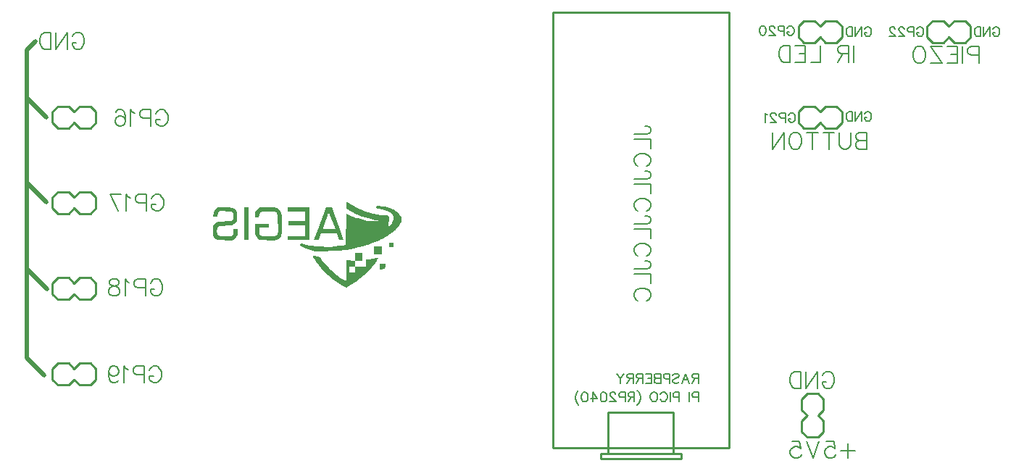
<source format=gbo>
G04 Layer: BottomSilkscreenLayer*
G04 EasyEDA v6.5.22, 2023-02-18 16:28:39*
G04 118ec262f11f47d2beab0417d1fdac3e,1e4d668faf9c44eeab1497739a8aa4b2,10*
G04 Gerber Generator version 0.2*
G04 Scale: 100 percent, Rotated: No, Reflected: No *
G04 Dimensions in millimeters *
G04 leading zeros omitted , absolute positions ,4 integer and 5 decimal *
%FSLAX45Y45*%
%MOMM*%

%ADD10C,0.2032*%
%ADD11C,0.1520*%
%ADD12C,0.1500*%
%ADD13C,0.1524*%
%ADD14C,0.5000*%
%ADD15C,0.2540*%
%ADD16C,0.0156*%

%LPD*%
G36*
X1169873Y512673D02*
G01*
X1169619Y511962D01*
X1169111Y505968D01*
X1168552Y480618D01*
X1168501Y431901D01*
X1251102Y388620D01*
X1275994Y375869D01*
X1295552Y366268D01*
X1316685Y356717D01*
X1334211Y349402D01*
X1359306Y339445D01*
X1369060Y335991D01*
X1393748Y328218D01*
X1422958Y319836D01*
X1461058Y309727D01*
X1489049Y302971D01*
X1511604Y298196D01*
X1519834Y296824D01*
X1531772Y295656D01*
X1538478Y294436D01*
X1544929Y292658D01*
X1550263Y290626D01*
X1561287Y285394D01*
X1418437Y290474D01*
X1341526Y310489D01*
X1314450Y318160D01*
X1289558Y325983D01*
X1265682Y334264D01*
X1247749Y341071D01*
X1222908Y351180D01*
X1171244Y373481D01*
X1165758Y10769D01*
X1123086Y3505D01*
X1102055Y457D01*
X1076604Y-2794D01*
X1043533Y-6451D01*
X973480Y-12954D01*
X842721Y-7061D01*
X808786Y-5029D01*
X779729Y-2743D01*
X754735Y-50D01*
X732840Y3149D01*
X713282Y6959D01*
X704088Y9144D01*
X695147Y11531D01*
X677519Y16967D01*
X642721Y29057D01*
X629107Y20523D01*
X632968Y-304D01*
X701700Y-37084D01*
X807364Y-64160D01*
X922172Y-63855D01*
X983386Y-62738D01*
X1045413Y-60756D01*
X1069949Y-59690D01*
X1171244Y-53898D01*
X1252321Y-36322D01*
X1282192Y-29311D01*
X1318768Y-20066D01*
X1354480Y-10160D01*
X1382369Y-1828D01*
X1416405Y9144D01*
X1442872Y18237D01*
X1475028Y30175D01*
X1499971Y40030D01*
X1530146Y52832D01*
X1553413Y63398D01*
X1581404Y77012D01*
X1602892Y88188D01*
X1623517Y99669D01*
X1643329Y111353D01*
X1662226Y123291D01*
X1680210Y135483D01*
X1688896Y141630D01*
X1705457Y154127D01*
X1721104Y166827D01*
X1735734Y179730D01*
X1746046Y189484D01*
X1755749Y199390D01*
X1789430Y234848D01*
X1810969Y282752D01*
X1811223Y339496D01*
X1793493Y365760D01*
X1786534Y375107D01*
X1783080Y379323D01*
X1775917Y386943D01*
X1768043Y393903D01*
X1759000Y400456D01*
X1748383Y407060D01*
X1735734Y414070D01*
X1682089Y440791D01*
X1622653Y453390D01*
X1607616Y456184D01*
X1592580Y458673D01*
X1578406Y460654D01*
X1565808Y462127D01*
X1555496Y462940D01*
X1525219Y463143D01*
X1518818Y446328D01*
X1532382Y429818D01*
X1553413Y429717D01*
X1563624Y428853D01*
X1574850Y427177D01*
X1586839Y424840D01*
X1599336Y421792D01*
X1612188Y418185D01*
X1625092Y414121D01*
X1637792Y409600D01*
X1650136Y404774D01*
X1661820Y399643D01*
X1672589Y394309D01*
X1682242Y388874D01*
X1686610Y386181D01*
X1707540Y372364D01*
X1723288Y341579D01*
X1723288Y321513D01*
X1723034Y317144D01*
X1722221Y312267D01*
X1720900Y307035D01*
X1719122Y301447D01*
X1714449Y289661D01*
X1708505Y277469D01*
X1701698Y265480D01*
X1694434Y254304D01*
X1690725Y249224D01*
X1687017Y244602D01*
X1683359Y240436D01*
X1679803Y236880D01*
X1676400Y233984D01*
X1673199Y231851D01*
X1670253Y230479D01*
X1667611Y230022D01*
X1662074Y230022D01*
X1669643Y328218D01*
X1656994Y352145D01*
X1626311Y352196D01*
X1605686Y353161D01*
X1583232Y355346D01*
X1559204Y358698D01*
X1546707Y360730D01*
X1520952Y365607D01*
X1507744Y368401D01*
X1487728Y373024D01*
X1460703Y379933D01*
X1433677Y387654D01*
X1420266Y391769D01*
X1400352Y398272D01*
X1374394Y407466D01*
X1361795Y412292D01*
X1298194Y437794D01*
X1183995Y504647D01*
G37*
G36*
X283311Y449681D02*
G01*
X249986Y449173D01*
X166014Y446024D01*
X147167Y436575D01*
X138988Y431749D01*
X134823Y428802D01*
X126898Y422300D01*
X123393Y418998D01*
X120345Y415747D01*
X117856Y412648D01*
X107442Y398221D01*
X101295Y329946D01*
X150723Y329946D01*
X160528Y387908D01*
X187960Y401929D01*
X330809Y401929D01*
X358292Y387908D01*
X371398Y349351D01*
X372008Y157530D01*
X356412Y119786D01*
X314350Y107950D01*
X197866Y107899D01*
X163525Y119989D01*
X156819Y144932D01*
X154787Y156159D01*
X153263Y168808D01*
X152450Y181305D01*
X152298Y213360D01*
X267614Y213360D01*
X267614Y257759D01*
X102819Y257759D01*
X102819Y138023D01*
X127558Y89154D01*
X158546Y66294D01*
X326085Y62534D01*
X374091Y75590D01*
X409346Y111201D01*
X421385Y155092D01*
X421436Y350113D01*
X404825Y406603D01*
X366725Y440385D01*
X322122Y447548D01*
X311505Y449021D01*
X302717Y449478D01*
G37*
G36*
X-243992Y449072D02*
G01*
X-259130Y448818D01*
X-273456Y448259D01*
X-322884Y445516D01*
X-361035Y427075D01*
X-380949Y392074D01*
X-387553Y335483D01*
X-337261Y335483D01*
X-329793Y386080D01*
X-304139Y403047D01*
X-172161Y399288D01*
X-152603Y379476D01*
X-152603Y308102D01*
X-170840Y289661D01*
X-328371Y279247D01*
X-351282Y267716D01*
X-359714Y261975D01*
X-367893Y255219D01*
X-371551Y251714D01*
X-374802Y248208D01*
X-377444Y244856D01*
X-388772Y229209D01*
X-388772Y121767D01*
X-369366Y85902D01*
X-333857Y66446D01*
X-169062Y62890D01*
X-119633Y88493D01*
X-101447Y127355D01*
X-96774Y191160D01*
X-149860Y191160D01*
X-149860Y136906D01*
X-170840Y110693D01*
X-285242Y106933D01*
X-330352Y119227D01*
X-343357Y159156D01*
X-338124Y214172D01*
X-321208Y231343D01*
X-167386Y239674D01*
X-142189Y252526D01*
X-133045Y258622D01*
X-124358Y265684D01*
X-120548Y269290D01*
X-117195Y272846D01*
X-114503Y276199D01*
X-103174Y291896D01*
X-103225Y388213D01*
X-122580Y424078D01*
X-158089Y442772D01*
X-195935Y447395D01*
X-207721Y448259D01*
X-221488Y448818D01*
G37*
G36*
X966774Y446481D02*
G01*
X935075Y446430D01*
X837477Y191160D01*
X893826Y191160D01*
X893826Y195326D01*
X896467Y203962D01*
X914400Y253492D01*
X927455Y288290D01*
X940816Y323088D01*
X952246Y352196D01*
X963218Y378460D01*
X964590Y381050D01*
X968095Y384962D01*
X1040536Y191160D01*
X837477Y191160D01*
X790600Y68529D01*
X845769Y71831D01*
X873150Y146761D01*
X1057402Y146761D01*
X1084732Y71831D01*
X1141120Y68478D01*
X1120902Y120700D01*
X998474Y446481D01*
G37*
G36*
X487375Y446481D02*
G01*
X487375Y396544D01*
X685088Y396544D01*
X685088Y285546D01*
X492861Y285546D01*
X492861Y241096D01*
X685088Y241096D01*
X685088Y113436D01*
X487375Y113436D01*
X487375Y69037D01*
X740054Y69037D01*
X740054Y446481D01*
G37*
G36*
X-23520Y446481D02*
G01*
X-23520Y69037D01*
X25958Y69037D01*
X25958Y446481D01*
G37*
G36*
X1673860Y30175D02*
G01*
X1673860Y-19761D01*
X1723288Y-19761D01*
X1723288Y30175D01*
G37*
G36*
X1492605Y-8636D02*
G01*
X1492605Y-103022D01*
X1585976Y-103022D01*
X1585976Y-8636D01*
G37*
G36*
X1272895Y-86360D02*
G01*
X1272895Y-175158D01*
X1355293Y-175158D01*
X1355293Y-86360D01*
G37*
G36*
X781659Y-115824D02*
G01*
X780034Y-116281D01*
X779729Y-117297D01*
X780034Y-119075D01*
X782167Y-124764D01*
X786282Y-132943D01*
X792073Y-143205D01*
X799287Y-155194D01*
X807669Y-168452D01*
X817016Y-182626D01*
X826973Y-197205D01*
X837437Y-211886D01*
X848004Y-226263D01*
X863142Y-245668D01*
X878992Y-264769D01*
X895451Y-283464D01*
X908202Y-297230D01*
X930198Y-319684D01*
X939190Y-328422D01*
X962304Y-349808D01*
X981252Y-366268D01*
X1005535Y-386080D01*
X1025347Y-401218D01*
X1045514Y-415747D01*
X1071067Y-432866D01*
X1091742Y-445770D01*
X1112570Y-457911D01*
X1123086Y-463651D01*
X1167790Y-487273D01*
X1220165Y-459079D01*
X1240790Y-447192D01*
X1261770Y-434035D01*
X1282852Y-419760D01*
X1293469Y-412242D01*
X1309319Y-400558D01*
X1330401Y-384200D01*
X1351229Y-367182D01*
X1371701Y-349504D01*
X1391716Y-331368D01*
X1415897Y-308152D01*
X1434388Y-289356D01*
X1451965Y-270408D01*
X1468628Y-251510D01*
X1487779Y-228041D01*
X1501698Y-209600D01*
X1508150Y-200507D01*
X1519885Y-182676D01*
X1525219Y-173990D01*
X1530096Y-165455D01*
X1542846Y-140868D01*
X1529892Y-144475D01*
X1519682Y-146456D01*
X1487881Y-151638D01*
X1421536Y-161188D01*
X1399235Y-164592D01*
X1399235Y-241757D01*
X1272895Y-241757D01*
X1272895Y-176225D01*
X1168501Y-172415D01*
X1168501Y-241757D01*
X1272895Y-241757D01*
X1272895Y-313944D01*
X1201470Y-313944D01*
X1201470Y-241757D01*
X1168501Y-241757D01*
X1168501Y-408279D01*
X1161897Y-408127D01*
X1156614Y-406958D01*
X1150366Y-404622D01*
X1143203Y-401269D01*
X1135227Y-396900D01*
X1126540Y-391617D01*
X1117142Y-385470D01*
X1107135Y-378510D01*
X1096568Y-370840D01*
X1085545Y-362508D01*
X1062431Y-344068D01*
X1038352Y-323748D01*
X1026058Y-313080D01*
X995476Y-285343D01*
X971600Y-262585D01*
X948893Y-239928D01*
X927912Y-217932D01*
X918260Y-207314D01*
X909269Y-197053D01*
X900988Y-187198D01*
X893521Y-177850D01*
X886866Y-169011D01*
X881227Y-160832D01*
X876553Y-153314D01*
X872947Y-146558D01*
X870559Y-140563D01*
X869289Y-139344D01*
X866292Y-137769D01*
X856183Y-133858D01*
X842162Y-129387D01*
X826058Y-124815D01*
X809904Y-120751D01*
X795578Y-117602D01*
X789686Y-116535D01*
X784961Y-115925D01*
G37*
G36*
X1564030Y-214020D02*
G01*
X1563979Y-277825D01*
X1624431Y-274066D01*
X1624431Y-252831D01*
X1624685Y-243890D01*
X1625396Y-235254D01*
X1626463Y-227888D01*
X1627784Y-222808D01*
X1631086Y-214020D01*
G37*
D10*
X7099300Y2338646D02*
G01*
X7099300Y2144684D01*
X7038340Y2338646D02*
G01*
X7038340Y2144684D01*
X7038340Y2338646D02*
G01*
X6955213Y2338646D01*
X6927504Y2329411D01*
X6918266Y2320175D01*
X6909031Y2301702D01*
X6909031Y2283228D01*
X6918266Y2264755D01*
X6927504Y2255520D01*
X6955213Y2246284D01*
X7038340Y2246284D01*
X6973684Y2246284D02*
G01*
X6909031Y2144684D01*
X6705831Y2338646D02*
G01*
X6705831Y2144684D01*
X6705831Y2144684D02*
G01*
X6594995Y2144684D01*
X6534035Y2338646D02*
G01*
X6534035Y2144684D01*
X6534035Y2338646D02*
G01*
X6413962Y2338646D01*
X6534035Y2246284D02*
G01*
X6460144Y2246284D01*
X6534035Y2144684D02*
G01*
X6413962Y2144684D01*
X6353002Y2338646D02*
G01*
X6353002Y2144684D01*
X6353002Y2338646D02*
G01*
X6288346Y2338646D01*
X6260637Y2329411D01*
X6242164Y2310937D01*
X6232928Y2292464D01*
X6223693Y2264755D01*
X6223693Y2218575D01*
X6232928Y2190864D01*
X6242164Y2172393D01*
X6260637Y2153920D01*
X6288346Y2144684D01*
X6353002Y2144684D01*
D11*
X7224567Y2527762D02*
G01*
X7229764Y2538153D01*
X7240155Y2548544D01*
X7250544Y2553738D01*
X7271326Y2553738D01*
X7281717Y2548544D01*
X7292108Y2538153D01*
X7297305Y2527762D01*
X7302500Y2512174D01*
X7302500Y2486197D01*
X7297305Y2470612D01*
X7292108Y2460221D01*
X7281717Y2449829D01*
X7271326Y2444635D01*
X7250544Y2444635D01*
X7240155Y2449829D01*
X7229764Y2460221D01*
X7224567Y2470612D01*
X7224567Y2486197D01*
X7250544Y2486197D02*
G01*
X7224567Y2486197D01*
X7190277Y2553738D02*
G01*
X7190277Y2444635D01*
X7190277Y2553738D02*
G01*
X7117542Y2444635D01*
X7117542Y2553738D02*
G01*
X7117542Y2444635D01*
X7083252Y2553738D02*
G01*
X7083252Y2444635D01*
X7083252Y2553738D02*
G01*
X7046884Y2553738D01*
X7031296Y2548544D01*
X7020907Y2538153D01*
X7015711Y2527762D01*
X7010516Y2512174D01*
X7010516Y2486197D01*
X7015711Y2470612D01*
X7020907Y2460221D01*
X7031296Y2449829D01*
X7046884Y2444635D01*
X7083252Y2444635D01*
D10*
X8559800Y2325946D02*
G01*
X8559800Y2131984D01*
X8559800Y2325946D02*
G01*
X8476673Y2325946D01*
X8448964Y2316711D01*
X8439726Y2307475D01*
X8430491Y2289002D01*
X8430491Y2261293D01*
X8439726Y2242820D01*
X8448964Y2233584D01*
X8476673Y2224346D01*
X8559800Y2224346D01*
X8369531Y2325946D02*
G01*
X8369531Y2131984D01*
X8308571Y2325946D02*
G01*
X8308571Y2131984D01*
X8308571Y2325946D02*
G01*
X8188497Y2325946D01*
X8308571Y2233584D02*
G01*
X8234679Y2233584D01*
X8308571Y2131984D02*
G01*
X8188497Y2131984D01*
X7998228Y2325946D02*
G01*
X8127537Y2131984D01*
X8127537Y2325946D02*
G01*
X7998228Y2325946D01*
X8127537Y2131984D02*
G01*
X7998228Y2131984D01*
X7881851Y2325946D02*
G01*
X7900324Y2316711D01*
X7918795Y2298237D01*
X7928033Y2279764D01*
X7937268Y2252055D01*
X7937268Y2205875D01*
X7928033Y2178164D01*
X7918795Y2159693D01*
X7900324Y2141220D01*
X7881851Y2131984D01*
X7844904Y2131984D01*
X7826433Y2141220D01*
X7807959Y2159693D01*
X7798724Y2178164D01*
X7789486Y2205875D01*
X7789486Y2252055D01*
X7798724Y2279764D01*
X7807959Y2298237D01*
X7826433Y2316711D01*
X7844904Y2325946D01*
X7881851Y2325946D01*
X7251700Y1322646D02*
G01*
X7251700Y1128684D01*
X7251700Y1322646D02*
G01*
X7168573Y1322646D01*
X7140864Y1313411D01*
X7131626Y1304175D01*
X7122391Y1285702D01*
X7122391Y1267228D01*
X7131626Y1248755D01*
X7140864Y1239520D01*
X7168573Y1230284D01*
X7251700Y1230284D02*
G01*
X7168573Y1230284D01*
X7140864Y1221046D01*
X7131626Y1211811D01*
X7122391Y1193337D01*
X7122391Y1165628D01*
X7131626Y1147155D01*
X7140864Y1137920D01*
X7168573Y1128684D01*
X7251700Y1128684D01*
X7061431Y1322646D02*
G01*
X7061431Y1184102D01*
X7052195Y1156393D01*
X7033722Y1137920D01*
X7006013Y1128684D01*
X6987540Y1128684D01*
X6959831Y1137920D01*
X6941357Y1156393D01*
X6932122Y1184102D01*
X6932122Y1322646D01*
X6806506Y1322646D02*
G01*
X6806506Y1128684D01*
X6871162Y1322646D02*
G01*
X6741853Y1322646D01*
X6616237Y1322646D02*
G01*
X6616237Y1128684D01*
X6680893Y1322646D02*
G01*
X6551584Y1322646D01*
X6435204Y1322646D02*
G01*
X6453677Y1313411D01*
X6472151Y1294937D01*
X6481386Y1276464D01*
X6490624Y1248755D01*
X6490624Y1202575D01*
X6481386Y1174864D01*
X6472151Y1156393D01*
X6453677Y1137920D01*
X6435204Y1128684D01*
X6398259Y1128684D01*
X6379786Y1137920D01*
X6361315Y1156393D01*
X6352077Y1174864D01*
X6342842Y1202575D01*
X6342842Y1248755D01*
X6352077Y1276464D01*
X6361315Y1294937D01*
X6379786Y1313411D01*
X6398259Y1322646D01*
X6435204Y1322646D01*
X6281882Y1322646D02*
G01*
X6281882Y1128684D01*
X6281882Y1322646D02*
G01*
X6152573Y1128684D01*
X6152573Y1322646D02*
G01*
X6152573Y1128684D01*
X6732155Y-1517535D02*
G01*
X6741391Y-1499062D01*
X6759864Y-1480588D01*
X6778335Y-1471353D01*
X6815282Y-1471353D01*
X6833755Y-1480588D01*
X6852226Y-1499062D01*
X6861464Y-1517535D01*
X6870700Y-1545244D01*
X6870700Y-1591424D01*
X6861464Y-1619135D01*
X6852226Y-1637606D01*
X6833755Y-1656079D01*
X6815282Y-1665315D01*
X6778335Y-1665315D01*
X6759864Y-1656079D01*
X6741391Y-1637606D01*
X6732155Y-1619135D01*
X6732155Y-1591424D01*
X6778335Y-1591424D02*
G01*
X6732155Y-1591424D01*
X6671195Y-1471353D02*
G01*
X6671195Y-1665315D01*
X6671195Y-1471353D02*
G01*
X6541884Y-1665315D01*
X6541884Y-1471353D02*
G01*
X6541884Y-1665315D01*
X6480924Y-1471353D02*
G01*
X6480924Y-1665315D01*
X6480924Y-1471353D02*
G01*
X6416271Y-1471353D01*
X6388562Y-1480588D01*
X6370088Y-1499062D01*
X6360853Y-1517535D01*
X6351615Y-1545244D01*
X6351615Y-1591424D01*
X6360853Y-1619135D01*
X6370088Y-1637606D01*
X6388562Y-1656079D01*
X6416271Y-1665315D01*
X6480924Y-1665315D01*
X7028873Y-2311862D02*
G01*
X7028873Y-2478115D01*
X7112000Y-2394988D02*
G01*
X6945744Y-2394988D01*
X6773948Y-2284153D02*
G01*
X6866313Y-2284153D01*
X6875548Y-2367279D01*
X6866313Y-2358044D01*
X6838604Y-2348806D01*
X6810895Y-2348806D01*
X6783184Y-2358044D01*
X6764713Y-2376515D01*
X6755475Y-2404224D01*
X6755475Y-2422697D01*
X6764713Y-2450406D01*
X6783184Y-2468879D01*
X6810895Y-2478115D01*
X6838604Y-2478115D01*
X6866313Y-2468879D01*
X6875548Y-2459644D01*
X6884784Y-2441171D01*
X6694515Y-2284153D02*
G01*
X6620624Y-2478115D01*
X6546735Y-2284153D02*
G01*
X6620624Y-2478115D01*
X6374937Y-2284153D02*
G01*
X6467302Y-2284153D01*
X6476537Y-2367279D01*
X6467302Y-2358044D01*
X6439593Y-2348806D01*
X6411884Y-2348806D01*
X6384175Y-2358044D01*
X6365702Y-2376515D01*
X6356464Y-2404224D01*
X6356464Y-2422697D01*
X6365702Y-2450406D01*
X6384175Y-2468879D01*
X6411884Y-2478115D01*
X6439593Y-2478115D01*
X6467302Y-2468879D01*
X6476537Y-2459644D01*
X6485775Y-2441171D01*
D12*
X5283200Y-1496855D02*
G01*
X5283200Y-1606626D01*
X5283200Y-1496855D02*
G01*
X5236154Y-1496855D01*
X5220472Y-1502082D01*
X5215244Y-1507309D01*
X5210017Y-1517764D01*
X5210017Y-1528218D01*
X5215244Y-1538673D01*
X5220472Y-1543900D01*
X5236154Y-1549128D01*
X5283200Y-1549128D01*
X5246608Y-1549128D02*
G01*
X5210017Y-1606626D01*
X5133700Y-1496855D02*
G01*
X5175519Y-1606626D01*
X5133700Y-1496855D02*
G01*
X5091882Y-1606626D01*
X5159837Y-1570037D02*
G01*
X5107564Y-1570037D01*
X4984201Y-1512536D02*
G01*
X4994656Y-1502082D01*
X5010337Y-1496855D01*
X5031244Y-1496855D01*
X5046926Y-1502082D01*
X5057381Y-1512536D01*
X5057381Y-1522991D01*
X5052153Y-1533446D01*
X5046926Y-1538673D01*
X5036472Y-1543900D01*
X5005110Y-1554355D01*
X4994656Y-1559582D01*
X4989428Y-1564810D01*
X4984201Y-1575264D01*
X4984201Y-1590944D01*
X4994656Y-1601398D01*
X5010337Y-1606626D01*
X5031244Y-1606626D01*
X5046926Y-1601398D01*
X5057381Y-1590944D01*
X4949700Y-1496855D02*
G01*
X4949700Y-1606626D01*
X4949700Y-1496855D02*
G01*
X4902654Y-1496855D01*
X4886972Y-1502082D01*
X4881745Y-1507309D01*
X4876518Y-1517764D01*
X4876518Y-1533446D01*
X4881745Y-1543900D01*
X4886972Y-1549128D01*
X4902654Y-1554355D01*
X4949700Y-1554355D01*
X4842019Y-1496855D02*
G01*
X4842019Y-1606626D01*
X4842019Y-1496855D02*
G01*
X4794973Y-1496855D01*
X4779291Y-1502082D01*
X4774064Y-1507309D01*
X4768837Y-1517764D01*
X4768837Y-1528218D01*
X4774064Y-1538673D01*
X4779291Y-1543900D01*
X4794973Y-1549128D01*
X4842019Y-1549128D02*
G01*
X4794973Y-1549128D01*
X4779291Y-1554355D01*
X4774064Y-1559582D01*
X4768837Y-1570037D01*
X4768837Y-1585719D01*
X4774064Y-1596171D01*
X4779291Y-1601398D01*
X4794973Y-1606626D01*
X4842019Y-1606626D01*
X4734336Y-1496855D02*
G01*
X4734336Y-1606626D01*
X4734336Y-1496855D02*
G01*
X4666383Y-1496855D01*
X4734336Y-1549128D02*
G01*
X4692520Y-1549128D01*
X4734336Y-1606626D02*
G01*
X4666383Y-1606626D01*
X4631883Y-1496855D02*
G01*
X4631883Y-1606626D01*
X4631883Y-1496855D02*
G01*
X4584837Y-1496855D01*
X4569155Y-1502082D01*
X4563927Y-1507309D01*
X4558700Y-1517764D01*
X4558700Y-1528218D01*
X4563927Y-1538673D01*
X4569155Y-1543900D01*
X4584837Y-1549128D01*
X4631883Y-1549128D01*
X4595291Y-1549128D02*
G01*
X4558700Y-1606626D01*
X4524202Y-1496855D02*
G01*
X4524202Y-1606626D01*
X4524202Y-1496855D02*
G01*
X4477156Y-1496855D01*
X4461474Y-1502082D01*
X4456247Y-1507309D01*
X4451019Y-1517764D01*
X4451019Y-1528218D01*
X4456247Y-1538673D01*
X4461474Y-1543900D01*
X4477156Y-1549128D01*
X4524202Y-1549128D01*
X4487611Y-1549128D02*
G01*
X4451019Y-1606626D01*
X4416518Y-1496855D02*
G01*
X4374702Y-1549128D01*
X4374702Y-1606626D01*
X4332884Y-1496855D02*
G01*
X4374702Y-1549128D01*
X5283200Y-1713453D02*
G01*
X5283200Y-1823227D01*
X5283200Y-1713453D02*
G01*
X5236154Y-1713453D01*
X5220472Y-1718680D01*
X5215244Y-1723908D01*
X5210017Y-1734362D01*
X5210017Y-1750044D01*
X5215244Y-1760499D01*
X5220472Y-1765726D01*
X5236154Y-1770954D01*
X5283200Y-1770954D01*
X5175519Y-1713453D02*
G01*
X5175519Y-1823227D01*
X5060518Y-1713453D02*
G01*
X5060518Y-1823227D01*
X5060518Y-1713453D02*
G01*
X5013472Y-1713453D01*
X4997790Y-1718680D01*
X4992563Y-1723908D01*
X4987335Y-1734362D01*
X4987335Y-1750044D01*
X4992563Y-1760499D01*
X4997790Y-1765726D01*
X5013472Y-1770954D01*
X5060518Y-1770954D01*
X4952837Y-1713453D02*
G01*
X4952837Y-1823227D01*
X4839929Y-1739590D02*
G01*
X4845156Y-1729135D01*
X4855608Y-1718680D01*
X4866063Y-1713453D01*
X4886972Y-1713453D01*
X4897427Y-1718680D01*
X4907881Y-1729135D01*
X4913109Y-1739590D01*
X4918336Y-1755272D01*
X4918336Y-1781408D01*
X4913109Y-1797090D01*
X4907881Y-1807545D01*
X4897427Y-1817999D01*
X4886972Y-1823227D01*
X4866063Y-1823227D01*
X4855608Y-1817999D01*
X4845156Y-1807545D01*
X4839929Y-1797090D01*
X4774064Y-1713453D02*
G01*
X4784519Y-1718680D01*
X4794973Y-1729135D01*
X4800201Y-1739590D01*
X4805428Y-1755272D01*
X4805428Y-1781408D01*
X4800201Y-1797090D01*
X4794973Y-1807545D01*
X4784519Y-1817999D01*
X4774064Y-1823227D01*
X4753155Y-1823227D01*
X4742700Y-1817999D01*
X4732246Y-1807545D01*
X4727018Y-1797090D01*
X4721791Y-1781408D01*
X4721791Y-1755272D01*
X4727018Y-1739590D01*
X4732246Y-1729135D01*
X4742700Y-1718680D01*
X4753155Y-1713453D01*
X4774064Y-1713453D01*
X4570201Y-1692544D02*
G01*
X4580656Y-1702998D01*
X4591110Y-1718680D01*
X4601565Y-1739590D01*
X4606792Y-1765726D01*
X4606792Y-1786636D01*
X4601565Y-1812772D01*
X4591110Y-1833681D01*
X4580656Y-1849363D01*
X4570201Y-1859818D01*
X4535700Y-1713453D02*
G01*
X4535700Y-1823227D01*
X4535700Y-1713453D02*
G01*
X4488654Y-1713453D01*
X4472975Y-1718680D01*
X4467748Y-1723908D01*
X4462520Y-1734362D01*
X4462520Y-1744817D01*
X4467748Y-1755272D01*
X4472975Y-1760499D01*
X4488654Y-1765726D01*
X4535700Y-1765726D01*
X4499109Y-1765726D02*
G01*
X4462520Y-1823227D01*
X4428020Y-1713453D02*
G01*
X4428020Y-1823227D01*
X4428020Y-1713453D02*
G01*
X4380974Y-1713453D01*
X4365292Y-1718680D01*
X4360064Y-1723908D01*
X4354837Y-1734362D01*
X4354837Y-1750044D01*
X4360064Y-1760499D01*
X4365292Y-1765726D01*
X4380974Y-1770954D01*
X4428020Y-1770954D01*
X4315112Y-1739590D02*
G01*
X4315112Y-1734362D01*
X4309884Y-1723908D01*
X4304657Y-1718680D01*
X4294202Y-1713453D01*
X4273293Y-1713453D01*
X4262838Y-1718680D01*
X4257611Y-1723908D01*
X4252384Y-1734362D01*
X4252384Y-1744817D01*
X4257611Y-1755272D01*
X4268066Y-1770954D01*
X4320339Y-1823227D01*
X4247156Y-1823227D01*
X4181292Y-1713453D02*
G01*
X4196974Y-1718680D01*
X4207428Y-1734362D01*
X4212656Y-1760499D01*
X4212656Y-1776181D01*
X4207428Y-1802317D01*
X4196974Y-1817999D01*
X4181292Y-1823227D01*
X4170837Y-1823227D01*
X4155158Y-1817999D01*
X4144703Y-1802317D01*
X4139476Y-1776181D01*
X4139476Y-1760499D01*
X4144703Y-1734362D01*
X4155158Y-1718680D01*
X4170837Y-1713453D01*
X4181292Y-1713453D01*
X4052702Y-1713453D02*
G01*
X4104975Y-1786636D01*
X4026565Y-1786636D01*
X4052702Y-1713453D02*
G01*
X4052702Y-1823227D01*
X3960703Y-1713453D02*
G01*
X3976385Y-1718680D01*
X3986839Y-1734362D01*
X3992067Y-1760499D01*
X3992067Y-1776181D01*
X3986839Y-1802317D01*
X3976385Y-1817999D01*
X3960703Y-1823227D01*
X3950248Y-1823227D01*
X3934566Y-1817999D01*
X3924112Y-1802317D01*
X3918884Y-1776181D01*
X3918884Y-1760499D01*
X3924112Y-1734362D01*
X3934566Y-1718680D01*
X3950248Y-1713453D01*
X3960703Y-1713453D01*
X3884383Y-1692544D02*
G01*
X3873929Y-1702998D01*
X3863474Y-1718680D01*
X3853019Y-1739590D01*
X3847792Y-1765726D01*
X3847792Y-1786636D01*
X3853019Y-1812772D01*
X3863474Y-1833681D01*
X3873929Y-1849363D01*
X3884383Y-1859818D01*
D10*
X-1052944Y1543164D02*
G01*
X-1043708Y1561637D01*
X-1025235Y1580111D01*
X-1006764Y1589346D01*
X-969817Y1589346D01*
X-951344Y1580111D01*
X-932873Y1561637D01*
X-923635Y1543164D01*
X-914400Y1515455D01*
X-914400Y1469275D01*
X-923635Y1441564D01*
X-932873Y1423093D01*
X-951344Y1404620D01*
X-969817Y1395384D01*
X-1006764Y1395384D01*
X-1025235Y1404620D01*
X-1043708Y1423093D01*
X-1052944Y1441564D01*
X-1052944Y1469275D01*
X-1006764Y1469275D02*
G01*
X-1052944Y1469275D01*
X-1113904Y1589346D02*
G01*
X-1113904Y1395384D01*
X-1113904Y1589346D02*
G01*
X-1197033Y1589346D01*
X-1224742Y1580111D01*
X-1233977Y1570875D01*
X-1243215Y1552402D01*
X-1243215Y1524693D01*
X-1233977Y1506220D01*
X-1224742Y1496984D01*
X-1197033Y1487746D01*
X-1113904Y1487746D01*
X-1304175Y1552402D02*
G01*
X-1322646Y1561637D01*
X-1350355Y1589346D01*
X-1350355Y1395384D01*
X-1522153Y1561637D02*
G01*
X-1512915Y1580111D01*
X-1485206Y1589346D01*
X-1466735Y1589346D01*
X-1439024Y1580111D01*
X-1420553Y1552402D01*
X-1411315Y1506220D01*
X-1411315Y1460037D01*
X-1420553Y1423093D01*
X-1439024Y1404620D01*
X-1466735Y1395384D01*
X-1475971Y1395384D01*
X-1503679Y1404620D01*
X-1522153Y1423093D01*
X-1531388Y1450802D01*
X-1531388Y1460037D01*
X-1522153Y1487746D01*
X-1503679Y1506220D01*
X-1475971Y1515455D01*
X-1466735Y1515455D01*
X-1439024Y1506220D01*
X-1420553Y1487746D01*
X-1411315Y1460037D01*
X-1103744Y552564D02*
G01*
X-1094508Y571037D01*
X-1076035Y589511D01*
X-1057564Y598746D01*
X-1020617Y598746D01*
X-1002144Y589511D01*
X-983673Y571037D01*
X-974435Y552564D01*
X-965200Y524855D01*
X-965200Y478675D01*
X-974435Y450964D01*
X-983673Y432493D01*
X-1002144Y414020D01*
X-1020617Y404784D01*
X-1057564Y404784D01*
X-1076035Y414020D01*
X-1094508Y432493D01*
X-1103744Y450964D01*
X-1103744Y478675D01*
X-1057564Y478675D02*
G01*
X-1103744Y478675D01*
X-1164704Y598746D02*
G01*
X-1164704Y404784D01*
X-1164704Y598746D02*
G01*
X-1247833Y598746D01*
X-1275542Y589511D01*
X-1284777Y580275D01*
X-1294015Y561802D01*
X-1294015Y534093D01*
X-1284777Y515620D01*
X-1275542Y506384D01*
X-1247833Y497146D01*
X-1164704Y497146D01*
X-1354975Y561802D02*
G01*
X-1373446Y571037D01*
X-1401155Y598746D01*
X-1401155Y404784D01*
X-1591424Y598746D02*
G01*
X-1499062Y404784D01*
X-1462115Y598746D02*
G01*
X-1591424Y598746D01*
X-1116444Y-438035D02*
G01*
X-1107208Y-419562D01*
X-1088735Y-401088D01*
X-1070264Y-391853D01*
X-1033317Y-391853D01*
X-1014844Y-401088D01*
X-996373Y-419562D01*
X-987135Y-438035D01*
X-977900Y-465744D01*
X-977900Y-511924D01*
X-987135Y-539635D01*
X-996373Y-558106D01*
X-1014844Y-576579D01*
X-1033317Y-585815D01*
X-1070264Y-585815D01*
X-1088735Y-576579D01*
X-1107208Y-558106D01*
X-1116444Y-539635D01*
X-1116444Y-511924D01*
X-1070264Y-511924D02*
G01*
X-1116444Y-511924D01*
X-1177404Y-391853D02*
G01*
X-1177404Y-585815D01*
X-1177404Y-391853D02*
G01*
X-1260533Y-391853D01*
X-1288242Y-401088D01*
X-1297477Y-410324D01*
X-1306715Y-428797D01*
X-1306715Y-456506D01*
X-1297477Y-474979D01*
X-1288242Y-484215D01*
X-1260533Y-493453D01*
X-1177404Y-493453D01*
X-1367675Y-428797D02*
G01*
X-1386146Y-419562D01*
X-1413855Y-391853D01*
X-1413855Y-585815D01*
X-1520997Y-391853D02*
G01*
X-1493288Y-401088D01*
X-1484053Y-419562D01*
X-1484053Y-438035D01*
X-1493288Y-456506D01*
X-1511762Y-465744D01*
X-1548706Y-474979D01*
X-1576415Y-484215D01*
X-1594888Y-502688D01*
X-1604124Y-521162D01*
X-1604124Y-548871D01*
X-1594888Y-567344D01*
X-1585653Y-576579D01*
X-1557944Y-585815D01*
X-1520997Y-585815D01*
X-1493288Y-576579D01*
X-1484053Y-567344D01*
X-1474815Y-548871D01*
X-1474815Y-521162D01*
X-1484053Y-502688D01*
X-1502524Y-484215D01*
X-1530235Y-474979D01*
X-1567179Y-465744D01*
X-1585653Y-456506D01*
X-1594888Y-438035D01*
X-1594888Y-419562D01*
X-1585653Y-401088D01*
X-1557944Y-391853D01*
X-1520997Y-391853D01*
X-1129144Y-1454035D02*
G01*
X-1119908Y-1435562D01*
X-1101435Y-1417088D01*
X-1082964Y-1407853D01*
X-1046017Y-1407853D01*
X-1027544Y-1417088D01*
X-1009073Y-1435562D01*
X-999835Y-1454035D01*
X-990600Y-1481744D01*
X-990600Y-1527924D01*
X-999835Y-1555635D01*
X-1009073Y-1574106D01*
X-1027544Y-1592579D01*
X-1046017Y-1601815D01*
X-1082964Y-1601815D01*
X-1101435Y-1592579D01*
X-1119908Y-1574106D01*
X-1129144Y-1555635D01*
X-1129144Y-1527924D01*
X-1082964Y-1527924D02*
G01*
X-1129144Y-1527924D01*
X-1190104Y-1407853D02*
G01*
X-1190104Y-1601815D01*
X-1190104Y-1407853D02*
G01*
X-1273233Y-1407853D01*
X-1300942Y-1417088D01*
X-1310177Y-1426324D01*
X-1319415Y-1444797D01*
X-1319415Y-1472506D01*
X-1310177Y-1490979D01*
X-1300942Y-1500215D01*
X-1273233Y-1509453D01*
X-1190104Y-1509453D01*
X-1380375Y-1444797D02*
G01*
X-1398846Y-1435562D01*
X-1426555Y-1407853D01*
X-1426555Y-1601815D01*
X-1607588Y-1472506D02*
G01*
X-1598353Y-1500215D01*
X-1579879Y-1518688D01*
X-1552171Y-1527924D01*
X-1542935Y-1527924D01*
X-1515224Y-1518688D01*
X-1496753Y-1500215D01*
X-1487515Y-1472506D01*
X-1487515Y-1463271D01*
X-1496753Y-1435562D01*
X-1515224Y-1417088D01*
X-1542935Y-1407853D01*
X-1552171Y-1407853D01*
X-1579879Y-1417088D01*
X-1598353Y-1435562D01*
X-1607588Y-1472506D01*
X-1607588Y-1518688D01*
X-1598353Y-1564871D01*
X-1579879Y-1592579D01*
X-1552171Y-1601815D01*
X-1533697Y-1601815D01*
X-1505988Y-1592579D01*
X-1496753Y-1574106D01*
X-2030844Y2444864D02*
G01*
X-2021608Y2463337D01*
X-2003135Y2481811D01*
X-1984664Y2491046D01*
X-1947717Y2491046D01*
X-1929244Y2481811D01*
X-1910773Y2463337D01*
X-1901535Y2444864D01*
X-1892300Y2417155D01*
X-1892300Y2370975D01*
X-1901535Y2343264D01*
X-1910773Y2324793D01*
X-1929244Y2306320D01*
X-1947717Y2297084D01*
X-1984664Y2297084D01*
X-2003135Y2306320D01*
X-2021608Y2324793D01*
X-2030844Y2343264D01*
X-2030844Y2370975D01*
X-1984664Y2370975D02*
G01*
X-2030844Y2370975D01*
X-2091804Y2491046D02*
G01*
X-2091804Y2297084D01*
X-2091804Y2491046D02*
G01*
X-2221115Y2297084D01*
X-2221115Y2491046D02*
G01*
X-2221115Y2297084D01*
X-2282075Y2491046D02*
G01*
X-2282075Y2297084D01*
X-2282075Y2491046D02*
G01*
X-2346728Y2491046D01*
X-2374437Y2481811D01*
X-2392911Y2463337D01*
X-2402146Y2444864D01*
X-2411384Y2417155D01*
X-2411384Y2370975D01*
X-2402146Y2343264D01*
X-2392911Y2324793D01*
X-2374437Y2306320D01*
X-2346728Y2297084D01*
X-2282075Y2297084D01*
D11*
X8723167Y2527762D02*
G01*
X8728364Y2538153D01*
X8738755Y2548544D01*
X8749144Y2553738D01*
X8769926Y2553738D01*
X8780317Y2548544D01*
X8790708Y2538153D01*
X8795905Y2527762D01*
X8801100Y2512174D01*
X8801100Y2486197D01*
X8795905Y2470612D01*
X8790708Y2460221D01*
X8780317Y2449829D01*
X8769926Y2444635D01*
X8749144Y2444635D01*
X8738755Y2449829D01*
X8728364Y2460221D01*
X8723167Y2470612D01*
X8723167Y2486197D01*
X8749144Y2486197D02*
G01*
X8723167Y2486197D01*
X8688877Y2553738D02*
G01*
X8688877Y2444635D01*
X8688877Y2553738D02*
G01*
X8616142Y2444635D01*
X8616142Y2553738D02*
G01*
X8616142Y2444635D01*
X8581852Y2553738D02*
G01*
X8581852Y2444635D01*
X8581852Y2553738D02*
G01*
X8545484Y2553738D01*
X8529896Y2548544D01*
X8519507Y2538153D01*
X8514311Y2527762D01*
X8509116Y2512174D01*
X8509116Y2486197D01*
X8514311Y2470612D01*
X8519507Y2460221D01*
X8529896Y2449829D01*
X8545484Y2444635D01*
X8581852Y2444635D01*
X7224567Y1537162D02*
G01*
X7229764Y1547553D01*
X7240155Y1557944D01*
X7250544Y1563138D01*
X7271326Y1563138D01*
X7281717Y1557944D01*
X7292108Y1547553D01*
X7297305Y1537162D01*
X7302500Y1521574D01*
X7302500Y1495597D01*
X7297305Y1480012D01*
X7292108Y1469621D01*
X7281717Y1459229D01*
X7271326Y1454035D01*
X7250544Y1454035D01*
X7240155Y1459229D01*
X7229764Y1469621D01*
X7224567Y1480012D01*
X7224567Y1495597D01*
X7250544Y1495597D02*
G01*
X7224567Y1495597D01*
X7190277Y1563138D02*
G01*
X7190277Y1454035D01*
X7190277Y1563138D02*
G01*
X7117542Y1454035D01*
X7117542Y1563138D02*
G01*
X7117542Y1454035D01*
X7083252Y1563138D02*
G01*
X7083252Y1454035D01*
X7083252Y1563138D02*
G01*
X7046884Y1563138D01*
X7031296Y1557944D01*
X7020907Y1547553D01*
X7015711Y1537162D01*
X7010516Y1521574D01*
X7010516Y1495597D01*
X7015711Y1480012D01*
X7020907Y1469621D01*
X7031296Y1459229D01*
X7046884Y1454035D01*
X7083252Y1454035D01*
D10*
X4532053Y1304635D02*
G01*
X4679835Y1304635D01*
X4707544Y1313873D01*
X4716779Y1323108D01*
X4726015Y1341582D01*
X4726015Y1360055D01*
X4716779Y1378526D01*
X4707544Y1387764D01*
X4679835Y1397000D01*
X4661362Y1397000D01*
X4532053Y1243675D02*
G01*
X4726015Y1243675D01*
X4726015Y1243675D02*
G01*
X4726015Y1132839D01*
X4578235Y933335D02*
G01*
X4559762Y942571D01*
X4541288Y961044D01*
X4532053Y979515D01*
X4532053Y1016462D01*
X4541288Y1034935D01*
X4559762Y1053406D01*
X4578235Y1062644D01*
X4605944Y1071879D01*
X4652124Y1071879D01*
X4679835Y1062644D01*
X4698306Y1053406D01*
X4716779Y1034935D01*
X4726015Y1016462D01*
X4726015Y979515D01*
X4716779Y961044D01*
X4698306Y942571D01*
X4679835Y933335D01*
X4532053Y780011D02*
G01*
X4679835Y780011D01*
X4707544Y789246D01*
X4716779Y798484D01*
X4726015Y816955D01*
X4726015Y835428D01*
X4716779Y853902D01*
X4707544Y863137D01*
X4679835Y872375D01*
X4661362Y872375D01*
X4532053Y719051D02*
G01*
X4726015Y719051D01*
X4726015Y719051D02*
G01*
X4726015Y608215D01*
X4578235Y408708D02*
G01*
X4559762Y417944D01*
X4541288Y436417D01*
X4532053Y454891D01*
X4532053Y491835D01*
X4541288Y510308D01*
X4559762Y528782D01*
X4578235Y538017D01*
X4605944Y547255D01*
X4652124Y547255D01*
X4679835Y538017D01*
X4698306Y528782D01*
X4716779Y510308D01*
X4726015Y491835D01*
X4726015Y454891D01*
X4716779Y436417D01*
X4698306Y417944D01*
X4679835Y408708D01*
X4532053Y255384D02*
G01*
X4679835Y255384D01*
X4707544Y264622D01*
X4716779Y273857D01*
X4726015Y292331D01*
X4726015Y310804D01*
X4716779Y329275D01*
X4707544Y338513D01*
X4679835Y347748D01*
X4661362Y347748D01*
X4532053Y194424D02*
G01*
X4726015Y194424D01*
X4726015Y194424D02*
G01*
X4726015Y83588D01*
X4578235Y-115915D02*
G01*
X4559762Y-106679D01*
X4541288Y-88206D01*
X4532053Y-69735D01*
X4532053Y-32788D01*
X4541288Y-14315D01*
X4559762Y4155D01*
X4578235Y13393D01*
X4605944Y22628D01*
X4652124Y22628D01*
X4679835Y13393D01*
X4698306Y4155D01*
X4716779Y-14315D01*
X4726015Y-32788D01*
X4726015Y-69735D01*
X4716779Y-88206D01*
X4698306Y-106679D01*
X4679835Y-115915D01*
X4532053Y-269239D02*
G01*
X4679835Y-269239D01*
X4707544Y-260004D01*
X4716779Y-250766D01*
X4726015Y-232295D01*
X4726015Y-213822D01*
X4716779Y-195348D01*
X4707544Y-186113D01*
X4679835Y-176875D01*
X4661362Y-176875D01*
X4532053Y-330200D02*
G01*
X4726015Y-330200D01*
X4726015Y-330200D02*
G01*
X4726015Y-441035D01*
X4578235Y-640542D02*
G01*
X4559762Y-631304D01*
X4541288Y-612833D01*
X4532053Y-594360D01*
X4532053Y-557415D01*
X4541288Y-538942D01*
X4559762Y-520468D01*
X4578235Y-511233D01*
X4605944Y-501995D01*
X4652124Y-501995D01*
X4679835Y-511233D01*
X4698306Y-520468D01*
X4716779Y-538942D01*
X4726015Y-557415D01*
X4726015Y-594360D01*
X4716779Y-612833D01*
X4698306Y-631304D01*
X4679835Y-640542D01*
D13*
X6322822Y2540507D02*
G01*
X6328156Y2550921D01*
X6338570Y2561336D01*
X6348729Y2566415D01*
X6369558Y2566415D01*
X6379972Y2561336D01*
X6390386Y2550921D01*
X6395720Y2540507D01*
X6400800Y2524760D01*
X6400800Y2498852D01*
X6395720Y2483357D01*
X6390386Y2472944D01*
X6379972Y2462529D01*
X6369558Y2457450D01*
X6348729Y2457450D01*
X6338570Y2462529D01*
X6328156Y2472944D01*
X6322822Y2483357D01*
X6322822Y2498852D01*
X6348729Y2498852D02*
G01*
X6322822Y2498852D01*
X6288531Y2566415D02*
G01*
X6288531Y2457450D01*
X6288531Y2566415D02*
G01*
X6241795Y2566415D01*
X6226302Y2561336D01*
X6220968Y2556002D01*
X6215888Y2545587D01*
X6215888Y2530094D01*
X6220968Y2519679D01*
X6226302Y2514600D01*
X6241795Y2509265D01*
X6288531Y2509265D01*
X6176263Y2540507D02*
G01*
X6176263Y2545587D01*
X6171184Y2556002D01*
X6165850Y2561336D01*
X6155690Y2566415D01*
X6134861Y2566415D01*
X6124447Y2561336D01*
X6119113Y2556002D01*
X6114034Y2545587D01*
X6114034Y2535173D01*
X6119113Y2524760D01*
X6129527Y2509265D01*
X6181597Y2457450D01*
X6108700Y2457450D01*
X6043422Y2566415D02*
G01*
X6058915Y2561336D01*
X6069329Y2545587D01*
X6074409Y2519679D01*
X6074409Y2504186D01*
X6069329Y2478023D01*
X6058915Y2462529D01*
X6043422Y2457450D01*
X6033008Y2457450D01*
X6017259Y2462529D01*
X6007100Y2478023D01*
X6001765Y2504186D01*
X6001765Y2519679D01*
X6007100Y2545587D01*
X6017259Y2561336D01*
X6033008Y2566415D01*
X6043422Y2566415D01*
X6335522Y1524507D02*
G01*
X6340856Y1534921D01*
X6351270Y1545336D01*
X6361429Y1550415D01*
X6382258Y1550415D01*
X6392672Y1545336D01*
X6403086Y1534921D01*
X6408420Y1524507D01*
X6413500Y1508760D01*
X6413500Y1482852D01*
X6408420Y1467357D01*
X6403086Y1456944D01*
X6392672Y1446529D01*
X6382258Y1441450D01*
X6361429Y1441450D01*
X6351270Y1446529D01*
X6340856Y1456944D01*
X6335522Y1467357D01*
X6335522Y1482852D01*
X6361429Y1482852D02*
G01*
X6335522Y1482852D01*
X6301231Y1550415D02*
G01*
X6301231Y1441450D01*
X6301231Y1550415D02*
G01*
X6254495Y1550415D01*
X6239002Y1545336D01*
X6233668Y1540002D01*
X6228588Y1529587D01*
X6228588Y1514094D01*
X6233668Y1503679D01*
X6239002Y1498600D01*
X6254495Y1493265D01*
X6301231Y1493265D01*
X6188963Y1524507D02*
G01*
X6188963Y1529587D01*
X6183884Y1540002D01*
X6178550Y1545336D01*
X6168390Y1550415D01*
X6147561Y1550415D01*
X6137147Y1545336D01*
X6131813Y1540002D01*
X6126734Y1529587D01*
X6126734Y1519173D01*
X6131813Y1508760D01*
X6142227Y1493265D01*
X6194297Y1441450D01*
X6121400Y1441450D01*
X6087109Y1529587D02*
G01*
X6076950Y1534921D01*
X6061202Y1550415D01*
X6061202Y1441450D01*
X7834167Y2527762D02*
G01*
X7839364Y2538153D01*
X7849755Y2548544D01*
X7860144Y2553738D01*
X7880926Y2553738D01*
X7891317Y2548544D01*
X7901708Y2538153D01*
X7906905Y2527762D01*
X7912100Y2512174D01*
X7912100Y2486197D01*
X7906905Y2470612D01*
X7901708Y2460221D01*
X7891317Y2449829D01*
X7880926Y2444635D01*
X7860144Y2444635D01*
X7849755Y2449829D01*
X7839364Y2460221D01*
X7834167Y2470612D01*
X7834167Y2486197D01*
X7860144Y2486197D02*
G01*
X7834167Y2486197D01*
X7799877Y2553738D02*
G01*
X7799877Y2444635D01*
X7799877Y2553738D02*
G01*
X7753118Y2553738D01*
X7737533Y2548544D01*
X7732336Y2543347D01*
X7727142Y2532956D01*
X7727142Y2517371D01*
X7732336Y2506979D01*
X7737533Y2501785D01*
X7753118Y2496588D01*
X7799877Y2496588D01*
X7687655Y2527762D02*
G01*
X7687655Y2532956D01*
X7682461Y2543347D01*
X7677264Y2548544D01*
X7666875Y2553738D01*
X7646093Y2553738D01*
X7635702Y2548544D01*
X7630505Y2543347D01*
X7625311Y2532956D01*
X7625311Y2522565D01*
X7630505Y2512174D01*
X7640896Y2496588D01*
X7692852Y2444635D01*
X7620114Y2444635D01*
X7580629Y2527762D02*
G01*
X7580629Y2532956D01*
X7575435Y2543347D01*
X7570238Y2548544D01*
X7559847Y2553738D01*
X7539065Y2553738D01*
X7528674Y2548544D01*
X7523479Y2543347D01*
X7518285Y2532956D01*
X7518285Y2522565D01*
X7523479Y2512174D01*
X7533871Y2496588D01*
X7585824Y2444635D01*
X7513088Y2444635D01*
D14*
X-2565400Y1895980D02*
G01*
X-2565400Y1727200D01*
X-2336800Y1498600D01*
X-2565400Y1212720D02*
G01*
X-2565400Y736600D01*
X-2336800Y508000D01*
X-2565400Y92580D02*
G01*
X-2565400Y-266700D01*
X-2324100Y-508000D01*
X-2463800Y2387600D02*
G01*
X-2565400Y2286000D01*
X-2565400Y-1308100D01*
X-2362200Y-1511300D01*
D15*
X4229100Y-2425700D02*
G01*
X4991100Y-2425700D01*
X4991100Y-1943100D01*
X4229100Y-1943100D01*
X4229100Y-2425700D01*
X4140200Y-2489200D02*
G01*
X5080000Y-2489200D01*
X5080000Y-2425700D01*
X4140200Y-2425700D01*
X4140200Y-2489200D01*
X3581400Y-2362200D02*
G01*
X5638800Y-2362200D01*
X5638800Y2730500D01*
X3581400Y2730500D01*
X3581400Y-2362200D01*
X-1753994Y1436496D02*
G01*
X-1817494Y1372996D01*
X-1944494Y1372996D01*
X-2007994Y1436496D01*
X-1753994Y1563496D02*
G01*
X-1817494Y1626996D01*
X-1944494Y1626996D01*
X-2007994Y1563496D01*
X-1753996Y1436496D02*
G01*
X-1753996Y1563496D01*
X-2007994Y1436496D02*
G01*
X-2071494Y1372996D01*
X-2198494Y1372996D01*
X-2261994Y1436496D01*
X-2007994Y1563496D02*
G01*
X-2071494Y1626996D01*
X-2198494Y1626996D01*
X-2261994Y1563496D01*
X-2261994Y1436496D02*
G01*
X-2261994Y1563496D01*
X-1753994Y436498D02*
G01*
X-1817494Y372998D01*
X-1944494Y372998D01*
X-2007994Y436498D01*
X-1753994Y563498D02*
G01*
X-1817494Y626998D01*
X-1944494Y626998D01*
X-2007994Y563498D01*
X-1753996Y436498D02*
G01*
X-1753996Y563498D01*
X-2007994Y436498D02*
G01*
X-2071494Y372998D01*
X-2198494Y372998D01*
X-2261994Y436498D01*
X-2007994Y563498D02*
G01*
X-2071494Y626998D01*
X-2198494Y626998D01*
X-2261994Y563498D01*
X-2261994Y436498D02*
G01*
X-2261994Y563498D01*
X-1753994Y-563498D02*
G01*
X-1817494Y-626998D01*
X-1944494Y-626998D01*
X-2007994Y-563498D01*
X-1753994Y-436498D02*
G01*
X-1817494Y-372998D01*
X-1944494Y-372998D01*
X-2007994Y-436498D01*
X-1753996Y-563498D02*
G01*
X-1753996Y-436498D01*
X-2007994Y-563498D02*
G01*
X-2071494Y-626998D01*
X-2198494Y-626998D01*
X-2261994Y-563498D01*
X-2007994Y-436498D02*
G01*
X-2071494Y-372998D01*
X-2198494Y-372998D01*
X-2261994Y-436498D01*
X-2261994Y-563498D02*
G01*
X-2261994Y-436498D01*
X-1753994Y-1563496D02*
G01*
X-1817494Y-1626996D01*
X-1944494Y-1626996D01*
X-2007994Y-1563496D01*
X-1753994Y-1436496D02*
G01*
X-1817494Y-1372996D01*
X-1944494Y-1372996D01*
X-2007994Y-1436496D01*
X-1753996Y-1563496D02*
G01*
X-1753996Y-1436496D01*
X-2007994Y-1563496D02*
G01*
X-2071494Y-1626996D01*
X-2198494Y-1626996D01*
X-2261994Y-1563496D01*
X-2007994Y-1436496D02*
G01*
X-2071494Y-1372996D01*
X-2198494Y-1372996D01*
X-2261994Y-1436496D01*
X-2261994Y-1563496D02*
G01*
X-2261994Y-1436496D01*
X6453985Y2563495D02*
G01*
X6517485Y2626995D01*
X6644485Y2626995D01*
X6707985Y2563495D01*
X6453985Y2436495D02*
G01*
X6517485Y2372995D01*
X6644485Y2372995D01*
X6707985Y2436495D01*
X6453987Y2563495D02*
G01*
X6453987Y2436495D01*
X6707985Y2563495D02*
G01*
X6771485Y2626995D01*
X6898485Y2626995D01*
X6961985Y2563495D01*
X6707985Y2436495D02*
G01*
X6771485Y2372995D01*
X6898485Y2372995D01*
X6961985Y2436495D01*
X6961985Y2563495D02*
G01*
X6961985Y2436495D01*
X6453985Y1563496D02*
G01*
X6517485Y1626996D01*
X6644485Y1626996D01*
X6707985Y1563496D01*
X6453985Y1436496D02*
G01*
X6517485Y1372996D01*
X6644485Y1372996D01*
X6707985Y1436496D01*
X6453987Y1563496D02*
G01*
X6453987Y1436496D01*
X6707985Y1563496D02*
G01*
X6771485Y1626996D01*
X6898485Y1626996D01*
X6961985Y1563496D01*
X6707985Y1436496D02*
G01*
X6771485Y1372996D01*
X6898485Y1372996D01*
X6961985Y1436496D01*
X6961985Y1563496D02*
G01*
X6961985Y1436496D01*
X6553200Y-2235202D02*
G01*
X6489700Y-2171702D01*
X6489700Y-2044702D01*
X6553200Y-1981202D01*
X6680200Y-2235202D02*
G01*
X6743700Y-2171702D01*
X6743700Y-2044702D01*
X6680200Y-1981202D01*
X6553200Y-2235200D02*
G01*
X6680200Y-2235200D01*
X6553200Y-1981202D02*
G01*
X6489700Y-1917702D01*
X6489700Y-1790702D01*
X6553200Y-1727202D01*
X6680200Y-1981202D02*
G01*
X6743700Y-1917702D01*
X6743700Y-1790702D01*
X6680200Y-1727202D01*
X6553200Y-1727202D02*
G01*
X6680200Y-1727202D01*
X7953982Y2563495D02*
G01*
X8017482Y2626995D01*
X8144482Y2626995D01*
X8207982Y2563495D01*
X7953982Y2436495D02*
G01*
X8017482Y2372995D01*
X8144482Y2372995D01*
X8207982Y2436495D01*
X7953984Y2563495D02*
G01*
X7953984Y2436495D01*
X8207982Y2563495D02*
G01*
X8271482Y2626995D01*
X8398482Y2626995D01*
X8461982Y2563495D01*
X8207982Y2436495D02*
G01*
X8271482Y2372995D01*
X8398482Y2372995D01*
X8461982Y2436495D01*
X8461982Y2563495D02*
G01*
X8461982Y2436495D01*
M02*

</source>
